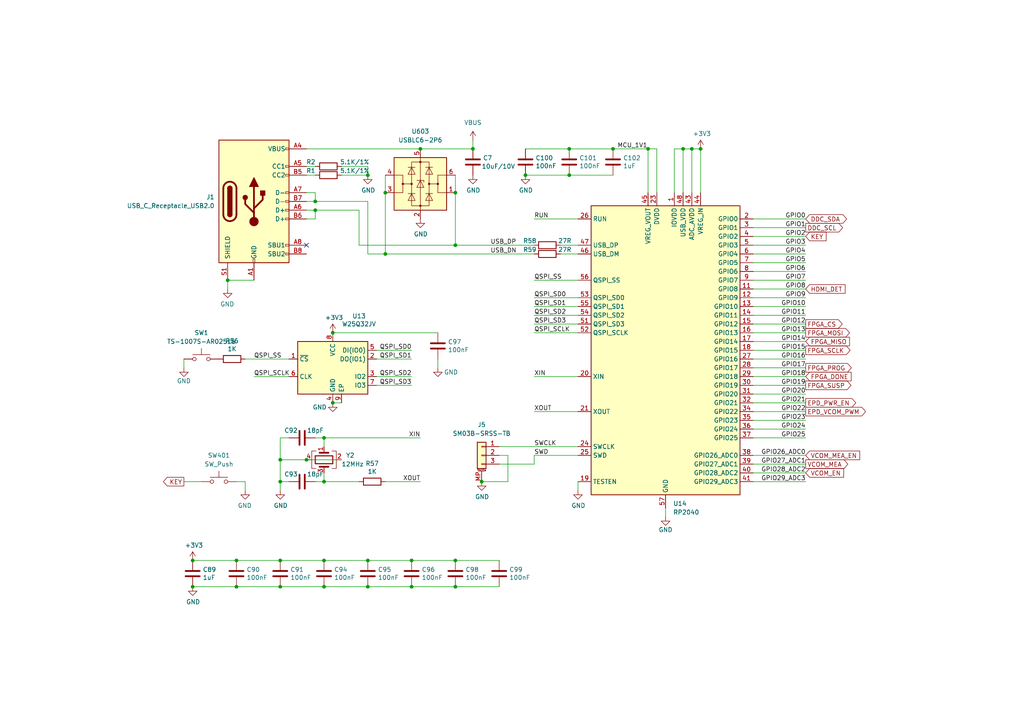
<source format=kicad_sch>
(kicad_sch (version 20230121) (generator eeschema)
  (paper "A4")
  (title_block (title "Caster EPDC") (date "2022-07-03") (rev "R0.4") (company "Copyright 2022 Modos / Engineer: Wenting Zhang"))
  (lib_symbols
    (symbol "Connector:USB_C_Receptacle_USB2.0" (pin_names (offset 1.016))
      (property "Reference" "J" (at -10.16 19.05 0))
      (property "Value" "USB_C_Receptacle_USB2.0" (at 19.05 19.05 0))
      (symbol "USB_C_Receptacle_USB2.0_0_0"
        (rectangle (start -0.254 -17.78) (end 0.254 -16.764))
        (rectangle (start 10.16 -14.986) (end 9.144 -15.494))
        (rectangle (start 10.16 -12.446) (end 9.144 -12.954))
        (rectangle (start 10.16 -4.826) (end 9.144 -5.334))
        (rectangle (start 10.16 -2.286) (end 9.144 -2.794))
        (rectangle (start 10.16 0.254) (end 9.144 -0.254))
        (rectangle (start 10.16 2.794) (end 9.144 2.286))
        (rectangle (start 10.16 7.874) (end 9.144 7.366))
        (rectangle (start 10.16 10.414) (end 9.144 9.906))
        (rectangle (start 10.16 15.494) (end 9.144 14.986))
      )
      (symbol "USB_C_Receptacle_USB2.0_0_1"
        (rectangle (start -10.16 17.78) (end 10.16 -17.78) (stroke (width 0.254)) (fill (type background)))
        (arc (start -8.89 -3.81) (mid -6.985 -5.7067) (end -5.08 -3.81) (stroke (width 0.508)))
        (arc (start -7.62 -3.81) (mid -6.985 -4.4423) (end -6.35 -3.81) (stroke (width 0.254)))
        (arc (start -7.62 -3.81) (mid -6.985 -4.4423) (end -6.35 -3.81) (stroke (width 0.254)) (fill (type outline)))
        (rectangle (start -7.62 -3.81) (end -6.35 3.81) (stroke (width 0.254)) (fill (type outline)))
        (arc (start -6.35 3.81) (mid -6.985 4.4423) (end -7.62 3.81) (stroke (width 0.254)))
        (arc (start -6.35 3.81) (mid -6.985 4.4423) (end -7.62 3.81) (stroke (width 0.254)) (fill (type outline)))
        (arc (start -5.08 3.81) (mid -6.985 5.7067) (end -8.89 3.81) (stroke (width 0.508)))
        (circle (center -2.54 1.143) (radius 0.635) (stroke (width 0.254)) (fill (type outline)))
        (circle (center 0 -5.842) (radius 1.27) (fill (type outline)))
        (polyline (pts (xy -8.89 -3.81) (xy -8.89 3.81)) (stroke (width 0.508)))
        (polyline (pts (xy -5.08 3.81) (xy -5.08 -3.81)) (stroke (width 0.508)))
        (polyline (pts (xy 0 -5.842) (xy 0 4.318)) (stroke (width 0.508)))
        (polyline (pts (xy 0 -3.302) (xy -2.54 -0.762) (xy -2.54 0.508)) (stroke (width 0.508)))
        (polyline (pts (xy 0 -2.032) (xy 2.54 0.508) (xy 2.54 1.778)) (stroke (width 0.508)))
        (polyline (pts (xy -1.27 4.318) (xy 0 6.858) (xy 1.27 4.318) (xy -1.27 4.318)) (stroke (width 0.254)) (fill (type outline)))
        (rectangle (start 1.905 1.778) (end 3.175 3.048) (stroke (width 0.254)) (fill (type outline)))
      )
      (symbol "USB_C_Receptacle_USB2.0_1_1"
        (pin passive line (at 0 -22.86 90) (length 5.08) (name "GND") (number "A1"))
        (pin passive line (at 0 -22.86 90) (length 5.08) hide (name "GND") (number "A12"))
        (pin passive line (at 15.24 15.24 180) (length 5.08) (name "VBUS") (number "A4"))
        (pin bidirectional line (at 15.24 10.16 180) (length 5.08) (name "CC1") (number "A5"))
        (pin bidirectional line (at 15.24 -2.54 180) (length 5.08) (name "D+") (number "A6"))
        (pin bidirectional line (at 15.24 2.54 180) (length 5.08) (name "D-") (number "A7"))
        (pin bidirectional line (at 15.24 -12.7 180) (length 5.08) (name "SBU1") (number "A8"))
        (pin passive line (at 15.24 15.24 180) (length 5.08) hide (name "VBUS") (number "A9"))
        (pin passive line (at 0 -22.86 90) (length 5.08) hide (name "GND") (number "B1"))
        (pin passive line (at 0 -22.86 90) (length 5.08) hide (name "GND") (number "B12"))
        (pin passive line (at 15.24 15.24 180) (length 5.08) hide (name "VBUS") (number "B4"))
        (pin bidirectional line (at 15.24 7.62 180) (length 5.08) (name "CC2") (number "B5"))
        (pin bidirectional line (at 15.24 -5.08 180) (length 5.08) (name "D+") (number "B6"))
        (pin bidirectional line (at 15.24 0 180) (length 5.08) (name "D-") (number "B7"))
        (pin bidirectional line (at 15.24 -15.24 180) (length 5.08) (name "SBU2") (number "B8"))
        (pin passive line (at 15.24 15.24 180) (length 5.08) hide (name "VBUS") (number "B9"))
        (pin passive line (at -7.62 -22.86 90) (length 5.08) (name "SHIELD") (number "S1"))
      )
    )
    (symbol "Connector_Generic_MountingPin:Conn_01x03_MountingPin" (pin_names (offset 1.016) hide)
      (property "Reference" "J" (at 0 5.08 0))
      (property "Value" "Conn_01x03_MountingPin" (at 1.27 -5.08 0))
      (symbol "Conn_01x03_MountingPin_1_1"
        (rectangle (start -1.27 -2.413) (end 0 -2.667) (stroke (width 0.1524)))
        (rectangle (start -1.27 0.127) (end 0 -0.127) (stroke (width 0.1524)))
        (rectangle (start -1.27 2.667) (end 0 2.413) (stroke (width 0.1524)))
        (rectangle (start -1.27 3.81) (end 1.27 -3.81) (stroke (width 0.254)) (fill (type background)))
        (polyline (pts (xy -1.016 -4.572) (xy 1.016 -4.572)) (stroke (width 0.1524)))
        (text "Mounting" (at 0 -4.191 0) (effects (font (size 0.381 0.381))))
        (pin passive line (at -5.08 2.54 0) (length 3.81) (name "Pin_1") (number "1"))
        (pin passive line (at -5.08 0 0) (length 3.81) (name "Pin_2") (number "2"))
        (pin passive line (at -5.08 -2.54 0) (length 3.81) (name "Pin_3") (number "3"))
        (pin passive line (at 0 -7.62 90) (length 3.048) (name "MountPin") (number "MP"))
      )
    )
    (symbol "Device:C" (pin_numbers hide) (pin_names (offset 0.254))
      (property "Reference" "C" (at 0.635 2.54 0))
      (property "Value" "C" (at 0.635 -2.54 0))
      (symbol "C_0_1"
        (polyline (pts (xy -2.032 -0.762) (xy 2.032 -0.762)) (stroke (width 0.508)))
        (polyline (pts (xy -2.032 0.762) (xy 2.032 0.762)) (stroke (width 0.508)))
      )
      (symbol "C_1_1"
        (pin passive line (at 0 3.81 270) (length 2.794) (name "~") (number "1"))
        (pin passive line (at 0 -3.81 90) (length 2.794) (name "~") (number "2"))
      )
    )
    (symbol "Device:Crystal_GND24" (pin_names (offset 1.016) hide)
      (property "Reference" "Y" (at 3.175 5.08 0))
      (property "Value" "Crystal_GND24" (at 3.175 3.175 0))
      (symbol "Crystal_GND24_0_1"
        (rectangle (start -1.143 2.54) (end 1.143 -2.54) (stroke (width 0.3048)))
        (polyline (pts (xy -2.54 0) (xy -2.032 0)))
        (polyline (pts (xy -2.032 -1.27) (xy -2.032 1.27)) (stroke (width 0.508)))
        (polyline (pts (xy 0 -3.81) (xy 0 -3.556)))
        (polyline (pts (xy 0 3.556) (xy 0 3.81)))
        (polyline (pts (xy 2.032 -1.27) (xy 2.032 1.27)) (stroke (width 0.508)))
        (polyline (pts (xy 2.032 0) (xy 2.54 0)))
        (polyline (pts (xy -2.54 -2.286) (xy -2.54 -3.556) (xy 2.54 -3.556) (xy 2.54 -2.286)))
        (polyline (pts (xy -2.54 2.286) (xy -2.54 3.556) (xy 2.54 3.556) (xy 2.54 2.286)))
      )
      (symbol "Crystal_GND24_1_1"
        (pin passive line (at -3.81 0 0) (length 1.27) (name "1") (number "1"))
        (pin passive line (at 0 5.08 270) (length 1.27) (name "2") (number "2"))
        (pin passive line (at 3.81 0 180) (length 1.27) (name "3") (number "3"))
        (pin passive line (at 0 -5.08 90) (length 1.27) (name "4") (number "4"))
      )
    )
    (symbol "Device:R" (pin_numbers hide) (pin_names (offset 0))
      (property "Reference" "R" (at 2.032 0 90))
      (property "Value" "R" (at 0 0 90))
      (symbol "R_0_1"
        (rectangle (start -1.016 -2.54) (end 1.016 2.54) (stroke (width 0.254)))
      )
      (symbol "R_1_1"
        (pin passive line (at 0 3.81 270) (length 1.27) (name "~") (number "1"))
        (pin passive line (at 0 -3.81 90) (length 1.27) (name "~") (number "2"))
      )
    )
    (symbol "MCU_RaspberryPi:RP2040"
      (property "Reference" "U" (at 17.78 45.72 0))
      (property "Value" "RP2040" (at 17.78 43.18 0))
      (symbol "RP2040_0_1"
        (rectangle (start -21.59 41.91) (end 21.59 -41.91) (stroke (width 0.254)) (fill (type background)))
      )
      (symbol "RP2040_1_1"
        (pin power_in line (at 2.54 45.72 270) (length 3.81) (name "IOVDD") (number "1"))
        (pin passive line (at 2.54 45.72 270) (length 3.81) hide (name "IOVDD") (number "10"))
        (pin bidirectional line (at 25.4 17.78 180) (length 3.81) (name "GPIO8") (number "11"))
        (pin bidirectional line (at 25.4 15.24 180) (length 3.81) (name "GPIO9") (number "12"))
        (pin bidirectional line (at 25.4 12.7 180) (length 3.81) (name "GPIO10") (number "13"))
        (pin bidirectional line (at 25.4 10.16 180) (length 3.81) (name "GPIO11") (number "14"))
        (pin bidirectional line (at 25.4 7.62 180) (length 3.81) (name "GPIO12") (number "15"))
        (pin bidirectional line (at 25.4 5.08 180) (length 3.81) (name "GPIO13") (number "16"))
        (pin bidirectional line (at 25.4 2.54 180) (length 3.81) (name "GPIO14") (number "17"))
        (pin bidirectional line (at 25.4 0 180) (length 3.81) (name "GPIO15") (number "18"))
        (pin input line (at -25.4 -38.1 0) (length 3.81) (name "TESTEN") (number "19"))
        (pin bidirectional line (at 25.4 38.1 180) (length 3.81) (name "GPIO0") (number "2"))
        (pin input line (at -25.4 -7.62 0) (length 3.81) (name "XIN") (number "20"))
        (pin passive line (at -25.4 -17.78 0) (length 3.81) (name "XOUT") (number "21"))
        (pin passive line (at 2.54 45.72 270) (length 3.81) hide (name "IOVDD") (number "22"))
        (pin power_in line (at -2.54 45.72 270) (length 3.81) (name "DVDD") (number "23"))
        (pin input line (at -25.4 -27.94 0) (length 3.81) (name "SWCLK") (number "24"))
        (pin bidirectional line (at -25.4 -30.48 0) (length 3.81) (name "SWD") (number "25"))
        (pin input line (at -25.4 38.1 0) (length 3.81) (name "RUN") (number "26"))
        (pin bidirectional line (at 25.4 -2.54 180) (length 3.81) (name "GPIO16") (number "27"))
        (pin bidirectional line (at 25.4 -5.08 180) (length 3.81) (name "GPIO17") (number "28"))
        (pin bidirectional line (at 25.4 -7.62 180) (length 3.81) (name "GPIO18") (number "29"))
        (pin bidirectional line (at 25.4 35.56 180) (length 3.81) (name "GPIO1") (number "3"))
        (pin bidirectional line (at 25.4 -10.16 180) (length 3.81) (name "GPIO19") (number "30"))
        (pin bidirectional line (at 25.4 -12.7 180) (length 3.81) (name "GPIO20") (number "31"))
        (pin bidirectional line (at 25.4 -15.24 180) (length 3.81) (name "GPIO21") (number "32"))
        (pin passive line (at 2.54 45.72 270) (length 3.81) hide (name "IOVDD") (number "33"))
        (pin bidirectional line (at 25.4 -17.78 180) (length 3.81) (name "GPIO22") (number "34"))
        (pin bidirectional line (at 25.4 -20.32 180) (length 3.81) (name "GPIO23") (number "35"))
        (pin bidirectional line (at 25.4 -22.86 180) (length 3.81) (name "GPIO24") (number "36"))
        (pin bidirectional line (at 25.4 -25.4 180) (length 3.81) (name "GPIO25") (number "37"))
        (pin bidirectional line (at 25.4 -30.48 180) (length 3.81) (name "GPIO26_ADC0") (number "38"))
        (pin bidirectional line (at 25.4 -33.02 180) (length 3.81) (name "GPIO27_ADC1") (number "39"))
        (pin bidirectional line (at 25.4 33.02 180) (length 3.81) (name "GPIO2") (number "4"))
        (pin bidirectional line (at 25.4 -35.56 180) (length 3.81) (name "GPIO28_ADC2") (number "40"))
        (pin bidirectional line (at 25.4 -38.1 180) (length 3.81) (name "GPIO29_ADC3") (number "41"))
        (pin passive line (at 2.54 45.72 270) (length 3.81) hide (name "IOVDD") (number "42"))
        (pin power_in line (at 7.62 45.72 270) (length 3.81) (name "ADC_AVDD") (number "43"))
        (pin power_in line (at 10.16 45.72 270) (length 3.81) (name "VREG_IN") (number "44"))
        (pin power_out line (at -5.08 45.72 270) (length 3.81) (name "VREG_VOUT") (number "45"))
        (pin bidirectional line (at -25.4 27.94 0) (length 3.81) (name "USB_DM") (number "46"))
        (pin bidirectional line (at -25.4 30.48 0) (length 3.81) (name "USB_DP") (number "47"))
        (pin power_in line (at 5.08 45.72 270) (length 3.81) (name "USB_VDD") (number "48"))
        (pin passive line (at 2.54 45.72 270) (length 3.81) hide (name "IOVDD") (number "49"))
        (pin bidirectional line (at 25.4 30.48 180) (length 3.81) (name "GPIO3") (number "5"))
        (pin passive line (at -2.54 45.72 270) (length 3.81) hide (name "DVDD") (number "50"))
        (pin bidirectional line (at -25.4 7.62 0) (length 3.81) (name "QSPI_SD3") (number "51"))
        (pin output line (at -25.4 5.08 0) (length 3.81) (name "QSPI_SCLK") (number "52"))
        (pin bidirectional line (at -25.4 15.24 0) (length 3.81) (name "QSPI_SD0") (number "53"))
        (pin bidirectional line (at -25.4 10.16 0) (length 3.81) (name "QSPI_SD2") (number "54"))
        (pin bidirectional line (at -25.4 12.7 0) (length 3.81) (name "QSPI_SD1") (number "55"))
        (pin bidirectional line (at -25.4 20.32 0) (length 3.81) (name "QSPI_SS") (number "56"))
        (pin power_in line (at 0 -45.72 90) (length 3.81) (name "GND") (number "57"))
        (pin bidirectional line (at 25.4 27.94 180) (length 3.81) (name "GPIO4") (number "6"))
        (pin bidirectional line (at 25.4 25.4 180) (length 3.81) (name "GPIO5") (number "7"))
        (pin bidirectional line (at 25.4 22.86 180) (length 3.81) (name "GPIO6") (number "8"))
        (pin bidirectional line (at 25.4 20.32 180) (length 3.81) (name "GPIO7") (number "9"))
      )
    )
    (symbol "Memory_Flash:W25Q32JVZP"
      (property "Reference" "U" (at -8.89 8.89 0))
      (property "Value" "W25Q32JVZP" (at 7.62 8.89 0))
      (symbol "W25Q32JVZP_0_1"
        (rectangle (start -10.16 7.62) (end 10.16 -7.62) (stroke (width 0.254)) (fill (type background)))
      )
      (symbol "W25Q32JVZP_1_1"
        (pin input line (at -12.7 2.54 0) (length 2.54) (name "~{CS}") (number "1"))
        (pin bidirectional line (at 12.7 2.54 180) (length 2.54) (name "DO(IO1)") (number "2"))
        (pin bidirectional line (at 12.7 -2.54 180) (length 2.54) (name "IO2") (number "3"))
        (pin power_in line (at 0 -10.16 90) (length 2.54) (name "GND") (number "4"))
        (pin bidirectional line (at 12.7 5.08 180) (length 2.54) (name "DI(IO0)") (number "5"))
        (pin input line (at -12.7 -2.54 0) (length 2.54) (name "CLK") (number "6"))
        (pin bidirectional line (at 12.7 -5.08 180) (length 2.54) (name "IO3") (number "7"))
        (pin power_in line (at 0 10.16 270) (length 2.54) (name "VCC") (number "8"))
        (pin passive line (at 2.54 -10.16 90) (length 2.54) (name "EP") (number "9"))
      )
    )
    (symbol "Power_Protection:USBLC6-2P6" (pin_names hide)
      (property "Reference" "U" (at 2.54 8.89 0))
      (property "Value" "USBLC6-2P6" (at 2.54 -8.89 0))
      (symbol "USBLC6-2P6_0_1"
        (rectangle (start -7.62 -7.62) (end 7.62 7.62) (stroke (width 0.254)) (fill (type background)))
        (circle (center -5.08 0) (radius 0.254) (fill (type outline)))
        (circle (center -2.54 0) (radius 0.254) (fill (type outline)))
        (rectangle (start -2.54 6.35) (end 2.54 -6.35))
        (circle (center 0 -6.35) (radius 0.254) (fill (type outline)))
        (polyline (pts (xy -5.08 -2.54) (xy -7.62 -2.54)))
        (polyline (pts (xy -5.08 0) (xy -5.08 -2.54)))
        (polyline (pts (xy -5.08 2.54) (xy -7.62 2.54)))
        (polyline (pts (xy -1.524 -2.794) (xy -3.556 -2.794)))
        (polyline (pts (xy -1.524 4.826) (xy -3.556 4.826)))
        (polyline (pts (xy 0 -7.62) (xy 0 -6.35)))
        (polyline (pts (xy 0 -6.35) (xy 0 1.27)))
        (polyline (pts (xy 0 1.27) (xy 0 6.35)))
        (polyline (pts (xy 0 6.35) (xy 0 7.62)))
        (polyline (pts (xy 1.524 -2.794) (xy 3.556 -2.794)))
        (polyline (pts (xy 1.524 4.826) (xy 3.556 4.826)))
        (polyline (pts (xy 5.08 -2.54) (xy 7.62 -2.54)))
        (polyline (pts (xy 5.08 0) (xy 5.08 -2.54)))
        (polyline (pts (xy 5.08 2.54) (xy 7.62 2.54)))
        (polyline (pts (xy -2.54 0) (xy -5.08 0) (xy -5.08 2.54)))
        (polyline (pts (xy 2.54 0) (xy 5.08 0) (xy 5.08 2.54)))
        (polyline (pts (xy -3.556 -4.826) (xy -1.524 -4.826) (xy -2.54 -2.794) (xy -3.556 -4.826)))
        (polyline (pts (xy -3.556 2.794) (xy -1.524 2.794) (xy -2.54 4.826) (xy -3.556 2.794)))
        (polyline (pts (xy -1.016 -1.016) (xy 1.016 -1.016) (xy 0 1.016) (xy -1.016 -1.016)))
        (polyline (pts (xy 1.016 1.016) (xy 0.762 1.016) (xy -1.016 1.016) (xy -1.016 0.508)))
        (polyline (pts (xy 3.556 -4.826) (xy 1.524 -4.826) (xy 2.54 -2.794) (xy 3.556 -4.826)))
        (polyline (pts (xy 3.556 2.794) (xy 1.524 2.794) (xy 2.54 4.826) (xy 3.556 2.794)))
        (circle (center 0 6.35) (radius 0.254) (fill (type outline)))
        (circle (center 2.54 0) (radius 0.254) (fill (type outline)))
        (circle (center 5.08 0) (radius 0.254) (fill (type outline)))
      )
      (symbol "USBLC6-2P6_1_1"
        (pin passive line (at -10.16 -2.54 0) (length 2.54) (name "I/O1") (number "1"))
        (pin passive line (at 0 -10.16 90) (length 2.54) (name "GND") (number "2"))
        (pin passive line (at 10.16 -2.54 180) (length 2.54) (name "I/O2") (number "3"))
        (pin passive line (at 10.16 2.54 180) (length 2.54) (name "I/O2") (number "4"))
        (pin passive line (at 0 10.16 270) (length 2.54) (name "VBUS") (number "5"))
        (pin passive line (at -10.16 2.54 0) (length 2.54) (name "I/O1") (number "6"))
      )
    )
    (symbol "Switch:SW_Push" (pin_numbers hide) (pin_names (offset 1.016) hide)
      (property "Reference" "SW" (at 1.27 2.54 0))
      (property "Value" "SW_Push" (at 0 -1.524 0))
      (symbol "SW_Push_0_1"
        (circle (center -2.032 0) (radius 0.508))
        (polyline (pts (xy 0 1.27) (xy 0 3.048)))
        (polyline (pts (xy 2.54 1.27) (xy -2.54 1.27)))
        (circle (center 2.032 0) (radius 0.508))
        (pin passive line (at -5.08 0 0) (length 2.54) (name "1") (number "1"))
        (pin passive line (at 5.08 0 180) (length 2.54) (name "2") (number "2"))
      )
    )
    (symbol "power:+3V3" (power) (pin_names (offset 0))
      (property "Value" "+3V3" (at 0 3.556 0))
      (symbol "+3V3_0_1"
        (polyline (pts (xy -0.762 1.27) (xy 0 2.54)))
        (polyline (pts (xy 0 0) (xy 0 2.54)))
        (polyline (pts (xy 0 2.54) (xy 0.762 1.27)))
      )
      (symbol "+3V3_1_1"
        (pin power_in line (at 0 0 90) (length 0) hide (name "+3V3") (number "1"))
      )
    )
    (symbol "power:GND" (power) (pin_names (offset 0))
      (property "Value" "GND" (at 0 -3.81 0))
      (symbol "GND_0_1"
        (polyline (pts (xy 0 0) (xy 0 -1.27) (xy 1.27 -1.27) (xy 0 -2.54) (xy -1.27 -1.27) (xy 0 -1.27)))
      )
      (symbol "GND_1_1"
        (pin power_in line (at 0 0 270) (length 0) hide (name "GND") (number "1"))
      )
    )
    (symbol "power:VBUS" (power) (pin_names (offset 0))
      (property "Value" "VBUS" (at 0 3.81 0))
      (symbol "VBUS_0_1"
        (polyline (pts (xy -0.762 1.27) (xy 0 2.54)))
        (polyline (pts (xy 0 0) (xy 0 2.54)))
        (polyline (pts (xy 0 2.54) (xy 0.762 1.27)))
      )
      (symbol "VBUS_1_1"
        (pin power_in line (at 0 0 90) (length 0) hide (name "VBUS") (number "1"))
      )
    )
  )
  (junction (at 91.44 60.96))
  (junction (at 139.7 139.7))
  (junction (at 187.96 43.18) (diameter 0.9144))
  (junction (at 81.28 170.18) (diameter 0.9144))
  (junction (at 177.8 43.18))
  (junction (at 119.38 170.18) (diameter 0.9144))
  (junction (at 111.76 73.66))
  (junction (at 152.4 50.8))
  (junction (at 93.98 139.7) (diameter 0.9144))
  (junction (at 93.98 162.56) (diameter 0.9144))
  (junction (at 132.08 162.56) (diameter 0.9144))
  (junction (at 106.68 170.18) (diameter 0.9144))
  (junction (at 132.08 71.12))
  (junction (at 88.9 133.35) (diameter 0.9144))
  (junction (at 111.76 55.88))
  (junction (at 55.88 170.18) (diameter 0.9144))
  (junction (at 137.16 43.18))
  (junction (at 119.38 162.56) (diameter 0.9144))
  (junction (at 91.44 58.42))
  (junction (at 93.98 127) (diameter 0.9144))
  (junction (at 121.92 43.18))
  (junction (at 96.52 96.52))
  (junction (at 68.58 162.56) (diameter 0.9144))
  (junction (at 165.1 50.8) (diameter 0.9144))
  (junction (at 68.58 170.18) (diameter 0.9144))
  (junction (at 81.28 133.35) (diameter 0.9144))
  (junction (at 81.28 139.7) (diameter 0.9144))
  (junction (at 203.2 43.18) (diameter 0.9144))
  (junction (at 66.04 81.28))
  (junction (at 165.1 43.18) (diameter 0.9144))
  (junction (at 106.68 50.8))
  (junction (at 198.12 43.18))
  (junction (at 81.28 162.56) (diameter 0.9144))
  (junction (at 106.68 162.56) (diameter 0.9144))
  (junction (at 200.66 43.18))
  (junction (at 132.08 55.88))
  (junction (at 93.98 170.18) (diameter 0.9144))
  (junction (at 132.08 170.18) (diameter 0.9144))
  (junction (at 55.88 162.56) (diameter 0.9144))
  (junction (at 96.52 116.84))
  (no_connect (at 88.9 71.12))
  (wire (pts (xy 218.44 66.04) (xy 233.68 66.04)))
  (wire (pts (xy 127 104.14) (xy 127 106.68)))
  (wire (pts (xy 152.4 43.18) (xy 165.1 43.18)))
  (wire (pts (xy 132.08 55.88) (xy 132.08 71.12)))
  (wire (pts (xy 111.76 55.88) (xy 111.76 50.8)))
  (wire (pts (xy 218.44 127) (xy 233.68 127)))
  (wire (pts (xy 73.66 81.28) (xy 66.04 81.28)))
  (wire (pts (xy 144.78 132.08) (xy 147.32 132.08)))
  (wire (pts (xy 198.12 43.18) (xy 200.66 43.18)))
  (wire (pts (xy 93.98 129.54) (xy 93.98 127)))
  (wire (pts (xy 144.78 134.62) (xy 154.94 134.62)))
  (wire (pts (xy 167.64 81.28) (xy 154.94 81.28)))
  (wire (pts (xy 53.34 139.7) (xy 58.42 139.7)))
  (wire (pts (xy 203.2 43.18) (xy 203.2 55.88)))
  (wire (pts (xy 91.44 55.88) (xy 91.44 58.42)))
  (wire (pts (xy 200.66 55.88) (xy 200.66 43.18)))
  (wire (pts (xy 96.52 116.84) (xy 99.06 116.84)))
  (wire (pts (xy 111.76 139.7) (xy 121.92 139.7)))
  (wire (pts (xy 132.08 71.12) (xy 154.94 71.12)))
  (wire (pts (xy 106.68 170.18) (xy 119.38 170.18)))
  (wire (pts (xy 81.28 139.7) (xy 83.82 139.7)))
  (wire (pts (xy 167.64 132.08) (xy 154.94 132.08)))
  (wire (pts (xy 93.98 139.7) (xy 91.44 139.7)))
  (wire (pts (xy 187.96 43.18) (xy 187.96 55.88)))
  (wire (pts (xy 81.28 139.7) (xy 81.28 142.24)))
  (wire (pts (xy 218.44 73.66) (xy 233.68 73.66)))
  (wire (pts (xy 190.5 43.18) (xy 187.96 43.18)))
  (wire (pts (xy 91.44 48.26) (xy 88.9 48.26)))
  (wire (pts (xy 167.64 139.7) (xy 167.64 142.24)))
  (wire (pts (xy 88.9 60.96) (xy 91.44 60.96)))
  (wire (pts (xy 88.9 43.18) (xy 121.92 43.18)))
  (wire (pts (xy 167.64 119.38) (xy 154.94 119.38)))
  (wire (pts (xy 218.44 111.76) (xy 233.68 111.76)))
  (wire (pts (xy 99.06 50.8) (xy 106.68 50.8)))
  (wire (pts (xy 218.44 93.98) (xy 233.68 93.98)))
  (wire (pts (xy 109.22 104.14) (xy 119.38 104.14)))
  (wire (pts (xy 152.4 50.8) (xy 165.1 50.8)))
  (wire (pts (xy 88.9 58.42) (xy 91.44 58.42)))
  (wire (pts (xy 198.12 55.88) (xy 198.12 43.18)))
  (wire (pts (xy 106.68 73.66) (xy 111.76 73.66)))
  (wire (pts (xy 81.28 162.56) (xy 93.98 162.56)))
  (wire (pts (xy 91.44 127) (xy 93.98 127)))
  (wire (pts (xy 218.44 114.3) (xy 233.68 114.3)))
  (wire (pts (xy 111.76 73.66) (xy 154.94 73.66)))
  (wire (pts (xy 93.98 127) (xy 121.92 127)))
  (wire (pts (xy 218.44 71.12) (xy 233.68 71.12)))
  (wire (pts (xy 137.16 43.18) (xy 121.92 43.18)))
  (wire (pts (xy 154.94 63.5) (xy 167.64 63.5)))
  (wire (pts (xy 81.28 127) (xy 81.28 133.35)))
  (wire (pts (xy 99.06 133.35) (xy 88.9 133.35)))
  (wire (pts (xy 218.44 78.74) (xy 233.68 78.74)))
  (wire (pts (xy 81.28 133.35) (xy 88.9 133.35)))
  (wire (pts (xy 53.34 104.14) (xy 53.34 106.68)))
  (wire (pts (xy 132.08 170.18) (xy 144.78 170.18)))
  (wire (pts (xy 144.78 129.54) (xy 167.64 129.54)))
  (wire (pts (xy 106.68 162.56) (xy 119.38 162.56)))
  (wire (pts (xy 218.44 83.82) (xy 233.68 83.82)))
  (wire (pts (xy 93.98 137.16) (xy 93.98 139.7)))
  (wire (pts (xy 132.08 162.56) (xy 144.78 162.56)))
  (wire (pts (xy 165.1 50.8) (xy 177.8 50.8)))
  (wire (pts (xy 154.94 109.22) (xy 167.64 109.22)))
  (wire (pts (xy 154.94 93.98) (xy 167.64 93.98)))
  (wire (pts (xy 193.04 147.32) (xy 193.04 149.86)))
  (wire (pts (xy 147.32 139.7) (xy 139.7 139.7)))
  (wire (pts (xy 218.44 76.2) (xy 233.68 76.2)))
  (wire (pts (xy 154.94 134.62) (xy 154.94 132.08)))
  (wire (pts (xy 162.56 71.12) (xy 167.64 71.12)))
  (wire (pts (xy 218.44 99.06) (xy 233.68 99.06)))
  (wire (pts (xy 218.44 134.62) (xy 233.68 134.62)))
  (wire (pts (xy 68.58 162.56) (xy 81.28 162.56)))
  (wire (pts (xy 218.44 63.5) (xy 233.68 63.5)))
  (wire (pts (xy 218.44 68.58) (xy 233.68 68.58)))
  (wire (pts (xy 165.1 43.18) (xy 177.8 43.18)))
  (wire (pts (xy 218.44 104.14) (xy 233.68 104.14)))
  (wire (pts (xy 218.44 119.38) (xy 233.68 119.38)))
  (wire (pts (xy 99.06 48.26) (xy 106.68 48.26)))
  (wire (pts (xy 83.82 127) (xy 81.28 127)))
  (wire (pts (xy 104.14 71.12) (xy 132.08 71.12)))
  (wire (pts (xy 218.44 96.52) (xy 233.68 96.52)))
  (wire (pts (xy 93.98 170.18) (xy 106.68 170.18)))
  (wire (pts (xy 119.38 162.56) (xy 132.08 162.56)))
  (wire (pts (xy 195.58 43.18) (xy 198.12 43.18)))
  (wire (pts (xy 190.5 55.88) (xy 190.5 43.18)))
  (wire (pts (xy 218.44 121.92) (xy 233.68 121.92)))
  (wire (pts (xy 177.8 43.18) (xy 187.96 43.18)))
  (wire (pts (xy 55.88 170.18) (xy 68.58 170.18)))
  (wire (pts (xy 88.9 55.88) (xy 91.44 55.88)))
  (wire (pts (xy 93.98 162.56) (xy 106.68 162.56)))
  (wire (pts (xy 218.44 132.08) (xy 233.68 132.08)))
  (wire (pts (xy 218.44 137.16) (xy 233.68 137.16)))
  (wire (pts (xy 71.12 139.7) (xy 71.12 142.24)))
  (wire (pts (xy 218.44 124.46) (xy 233.68 124.46)))
  (wire (pts (xy 104.14 139.7) (xy 93.98 139.7)))
  (wire (pts (xy 167.64 96.52) (xy 154.94 96.52)))
  (wire (pts (xy 218.44 139.7) (xy 233.68 139.7)))
  (wire (pts (xy 55.88 162.56) (xy 68.58 162.56)))
  (wire (pts (xy 111.76 55.88) (xy 111.76 73.66)))
  (wire (pts (xy 218.44 86.36) (xy 233.68 86.36)))
  (wire (pts (xy 109.22 101.6) (xy 119.38 101.6)))
  (wire (pts (xy 91.44 63.5) (xy 91.44 60.96)))
  (wire (pts (xy 96.52 96.52) (xy 127 96.52)))
  (wire (pts (xy 218.44 109.22) (xy 233.68 109.22)))
  (wire (pts (xy 132.08 55.88) (xy 132.08 50.8)))
  (wire (pts (xy 218.44 116.84) (xy 233.68 116.84)))
  (wire (pts (xy 137.16 43.18) (xy 137.16 40.64)))
  (wire (pts (xy 109.22 109.22) (xy 119.38 109.22)))
  (wire (pts (xy 73.66 109.22) (xy 83.82 109.22)))
  (wire (pts (xy 71.12 104.14) (xy 83.82 104.14)))
  (wire (pts (xy 154.94 86.36) (xy 167.64 86.36)))
  (wire (pts (xy 106.68 73.66) (xy 106.68 58.42)))
  (wire (pts (xy 91.44 60.96) (xy 104.14 60.96)))
  (wire (pts (xy 162.56 73.66) (xy 167.64 73.66)))
  (wire (pts (xy 104.14 71.12) (xy 104.14 60.96)))
  (wire (pts (xy 81.28 170.18) (xy 93.98 170.18)))
  (wire (pts (xy 218.44 88.9) (xy 233.68 88.9)))
  (wire (pts (xy 91.44 50.8) (xy 88.9 50.8)))
  (wire (pts (xy 81.28 133.35) (xy 81.28 139.7)))
  (wire (pts (xy 66.04 81.28) (xy 66.04 83.82)))
  (wire (pts (xy 91.44 58.42) (xy 106.68 58.42)))
  (wire (pts (xy 147.32 132.08) (xy 147.32 139.7)))
  (wire (pts (xy 218.44 106.68) (xy 233.68 106.68)))
  (wire (pts (xy 218.44 101.6) (xy 233.68 101.6)))
  (wire (pts (xy 195.58 43.18) (xy 195.58 55.88)))
  (wire (pts (xy 68.58 170.18) (xy 81.28 170.18)))
  (wire (pts (xy 218.44 81.28) (xy 233.68 81.28)))
  (wire (pts (xy 200.66 43.18) (xy 203.2 43.18)))
  (wire (pts (xy 119.38 170.18) (xy 132.08 170.18)))
  (wire (pts (xy 106.68 48.26) (xy 106.68 50.8)))
  (wire (pts (xy 68.58 139.7) (xy 71.12 139.7)))
  (wire (pts (xy 154.94 91.44) (xy 167.64 91.44)))
  (wire (pts (xy 109.22 111.76) (xy 119.38 111.76)))
  (wire (pts (xy 154.94 88.9) (xy 167.64 88.9)))
  (wire (pts (xy 88.9 63.5) (xy 91.44 63.5)))
  (wire (pts (xy 218.44 91.44) (xy 233.68 91.44)))
  (label "XIN" (at 121.92 127 180))
  (label "QSPI_SD2" (at 119.38 109.22 180))
  (label "QSPI_SD0" (at 154.94 86.36 0))
  (label "GPIO4" (at 233.68 73.66 180))
  (label "QSPI_SD3" (at 119.38 111.76 180))
  (label "XOUT" (at 121.92 139.7 180))
  (label "GPIO27_ADC1" (at 233.68 134.62 180))
  (label "GPIO13" (at 233.68 96.52 180))
  (label "QSPI_SD0" (at 119.38 101.6 180))
  (label "USB_DN" (at 142.24 73.66 0))
  (label "GPIO23" (at 233.68 121.92 180))
  (label "QSPI_SS" (at 73.66 104.14 0))
  (label "GPIO11" (at 233.68 91.44 180))
  (label "GPIO20" (at 233.68 114.3 180))
  (label "XIN" (at 154.94 109.22 0))
  (label "GPIO14" (at 233.68 99.06 180))
  (label "QSPI_SD1" (at 154.94 88.9 0))
  (label "GPIO5" (at 233.68 76.2 180))
  (label "GPIO16" (at 233.68 104.14 180))
  (label "GPIO26_ADC0" (at 233.68 132.08 180))
  (label "GPIO0" (at 233.68 63.5 180))
  (label "GPIO9" (at 233.68 86.36 180))
  (label "GPIO7" (at 233.68 81.28 180))
  (label "XOUT" (at 154.94 119.38 0))
  (label "QSPI_SCLK" (at 73.66 109.22 0))
  (label "GPIO21" (at 233.68 116.84 180))
  (label "GPIO22" (at 233.68 119.38 180))
  (label "QSPI_SD1" (at 119.38 104.14 180))
  (label "SWCLK" (at 154.94 129.54 0))
  (label "GPIO18" (at 233.68 109.22 180))
  (label "GPIO6" (at 233.68 78.74 180))
  (label "SWD" (at 154.94 132.08 0))
  (label "RUN" (at 154.94 63.5 0))
  (label "USB_DP" (at 142.24 71.12 0))
  (label "GPIO15" (at 233.68 101.6 180))
  (label "GPIO10" (at 233.68 88.9 180))
  (label "QSPI_SS" (at 154.94 81.28 0))
  (label "GPIO12" (at 233.68 93.98 180))
  (label "GPIO19" (at 233.68 111.76 180))
  (label "GPIO24" (at 233.68 124.46 180))
  (label "QSPI_SD2" (at 154.94 91.44 0))
  (label "GPIO8" (at 233.68 83.82 180))
  (label "QSPI_SCLK" (at 154.94 96.52 0))
  (label "QSPI_SD3" (at 154.94 93.98 0))
  (label "GPIO17" (at 233.68 106.68 180))
  (label "MCU_1V1" (at 179.07 43.18 0))
  (label "GPIO1" (at 233.68 66.04 180))
  (label "GPIO28_ADC2" (at 233.68 137.16 180))
  (label "GPIO2" (at 233.68 68.58 180))
  (label "GPIO3" (at 233.68 71.12 180))
  (label "GPIO29_ADC3" (at 233.68 139.7 180))
  (label "GPIO25" (at 233.68 127 180))
  (global_label "VCOM_MEA_EN" (shape input) (at 233.68 132.08 0) (property "Intersheetrefs" "${INTERSHEET_REFS}" (effects hide)))
  (global_label "DDC_SCL" (shape output) (at 233.68 66.04 0) (property "Intersheetrefs" "${INTERSHEET_REFS}" (effects hide)))
  (global_label "FPGA_MISO" (shape input) (at 233.68 99.06 0) (property "Intersheetrefs" "${INTERSHEET_REFS}" (effects hide)))
  (global_label "FPGA_CS" (shape output) (at 233.68 93.98 0) (property "Intersheetrefs" "${INTERSHEET_REFS}" (effects hide)))
  (global_label "KEY" (shape output) (at 53.34 139.7 180) (property "Intersheetrefs" "${INTERSHEET_REFS}" (effects hide)))
  (global_label "FPGA_SUSP" (shape output) (at 233.68 111.76 0) (property "Intersheetrefs" "${INTERSHEET_REFS}" (effects hide)))
  (global_label "HDMI_DET" (shape input) (at 233.68 83.82 0) (property "Intersheetrefs" "${INTERSHEET_REFS}" (effects hide)))
  (global_label "FPGA_SCLK" (shape output) (at 233.68 101.6 0) (property "Intersheetrefs" "${INTERSHEET_REFS}" (effects hide)))
  (global_label "DDC_SDA" (shape bidirectional) (at 233.68 63.5 0) (property "Intersheetrefs" "${INTERSHEET_REFS}" (effects hide)))
  (global_label "KEY" (shape input) (at 233.68 68.58 0) (property "Intersheetrefs" "${INTERSHEET_REFS}" (effects hide)))
  (global_label "EPD_PWR_EN" (shape output) (at 233.68 116.84 0) (property "Intersheetrefs" "${INTERSHEET_REFS}" (effects hide)))
  (global_label "FPGA_PROG" (shape output) (at 233.68 106.68 0) (property "Intersheetrefs" "${INTERSHEET_REFS}" (effects hide)))
  (global_label "FPGA_DONE" (shape input) (at 233.68 109.22 0) (property "Intersheetrefs" "${INTERSHEET_REFS}" (effects hide)))
  (global_label "FPGA_MOSI" (shape output) (at 233.68 96.52 0) (property "Intersheetrefs" "${INTERSHEET_REFS}" (effects hide)))
  (global_label "VCOM_MEA" (shape output) (at 233.68 134.62 0) (property "Intersheetrefs" "${INTERSHEET_REFS}" (effects hide)))
  (global_label "EPD_VCOM_PWM" (shape output) (at 233.68 119.38 0) (property "Intersheetrefs" "${INTERSHEET_REFS}" (effects hide)))
  (global_label "VCOM_EN" (shape input) (at 233.68 137.16 0) (property "Intersheetrefs" "${INTERSHEET_REFS}" (effects hide)))
  (symbol (lib_id "Device:C") (at 81.28 166.37 0) (unit 1)
    (property "Reference" "C703" (at 84.201 165.2016 0) (effects (justify left)))
    (property "Value" "100nF" (at 84.201 167.513 0) (effects (justify left)))
    (property "Footprint" "Capacitor_SMD:C_0402_1005Metric" (effects hide))
    (instances (project "pcb" (path "" (reference "C91") (unit 1))))
  )
  (symbol (lib_id "power:GND") (at 152.4 50.8 0) (unit 1)
    (property "Reference" "#PWR0158" (effects hide))
    (property "Value" "GND" (at 152.527 55.1942 0))
    (instances (project "pcb" (path "" (reference "#PWR0137") (unit 1))))
  )
  (symbol (lib_id "Switch:SW_Push") (at 58.42 104.14 0) (mirror y) (unit 1)
    (property "Reference" "SW701" (at 58.42 96.52 0))
    (property "Value" "TS-1007S-AR02516" (at 58.42 99.06 0))
    (property "Footprint" "Button_Switch_SMD:SW_SPST_CK_RS282G05A3" (effects hide))
    (instances (project "pcb" (path "" (reference "SW1") (unit 1))))
  )
  (symbol (lib_id "power:GND") (at 167.64 142.24 0) (unit 1)
    (property "Reference" "#PWR0161" (effects hide))
    (property "Value" "GND" (at 167.767 146.6342 0))
    (instances (project "pcb" (path "" (reference "#PWR0138") (unit 1))))
  )
  (symbol (lib_id "Device:R") (at 107.95 139.7 270) (unit 1)
    (property "Reference" "R702" (at 107.95 134.4422 90))
    (property "Value" "1K" (at 107.95 136.7536 90))
    (property "Footprint" "Resistor_SMD:R_0402_1005Metric" (effects hide))
    (instances (project "pcb" (path "" (reference "R57") (unit 1))))
  )
  (symbol (lib_id "power:+3V3") (at 203.2 43.18 0) (unit 1)
    (property "Reference" "#PWR0171" (effects hide))
    (property "Value" "+3V3" (at 203.581 38.7858 0))
    (instances (project "pcb" (path "" (reference "#PWR0140") (unit 1))))
  )
  (symbol (lib_id "Device:C") (at 137.16 46.99 0) (unit 1)
    (property "Reference" "C7" (at 140.081 45.8216 0) (effects (justify left)))
    (property "Value" "10uF/10V" (at 139.7 48.26 0) (effects (justify left)))
    (property "Footprint" "Capacitor_SMD:C_0805_2012Metric" (effects hide))
    (instances (project "pcb" (path "" (reference "C7") (unit 1)) (path "" (reference "C7") (unit 1))) (project "pcb" (path "" (reference "C133") (unit 1))))
  )
  (symbol (lib_id "Device:C") (at 93.98 166.37 0) (unit 1)
    (property "Reference" "C706" (at 96.901 165.2016 0) (effects (justify left)))
    (property "Value" "100nF" (at 96.901 167.513 0) (effects (justify left)))
    (property "Footprint" "Capacitor_SMD:C_0402_1005Metric" (effects hide))
    (instances (project "pcb" (path "" (reference "C94") (unit 1))))
  )
  (symbol (lib_id "power:GND") (at 81.28 142.24 0) (unit 1)
    (property "Reference" "#PWR0165" (effects hide))
    (property "Value" "GND" (at 81.407 146.6342 0))
    (instances (project "pcb" (path "" (reference "#PWR0133") (unit 1))))
  )
  (symbol (lib_id "Device:C") (at 119.38 166.37 0) (unit 1)
    (property "Reference" "C708" (at 122.301 165.2016 0) (effects (justify left)))
    (property "Value" "100nF" (at 122.301 167.513 0) (effects (justify left)))
    (property "Footprint" "Capacitor_SMD:C_0402_1005Metric" (effects hide))
    (instances (project "pcb" (path "" (reference "C96") (unit 1))))
  )
  (symbol (lib_id "Power_Protection:USBLC6-2P6") (at 121.92 53.34 0) (mirror y) (unit 1)
    (property "Reference" "U603" (at 121.92 38.1 0))
    (property "Value" "USBLC6-2P6" (at 121.92 40.64 0))
    (property "Footprint" "Package_TO_SOT_SMD:SOT-666" (effects hide))
    (property "Datasheet" "https://www.st.com/resource/en/datasheet/usblc6-2.pdf" (effects hide))
    (instances (project "pcb" (path "" (reference "U603") (unit 1)) (path "" (reference "U15") (unit 1))))
  )
  (symbol (lib_id "Device:C") (at 68.58 166.37 0) (unit 1)
    (property "Reference" "C702" (at 71.501 165.2016 0) (effects (justify left)))
    (property "Value" "100nF" (at 71.501 167.513 0) (effects (justify left)))
    (property "Footprint" "Capacitor_SMD:C_0402_1005Metric" (effects hide))
    (instances (project "pcb" (path "" (reference "C90") (unit 1))))
  )
  (symbol (lib_id "power:GND") (at 106.68 50.8 0) (unit 1)
    (property "Reference" "#PWR09" (effects hide))
    (property "Value" "GND" (at 106.807 55.1942 0))
    (instances (project "pcb" (path "" (reference "#PWR09") (unit 1)) (path "" (reference "#PWR09") (unit 1))) (project "pcb" (path "" (reference "#PWR0175") (unit 1))))
  )
  (symbol (lib_id "Device:C") (at 55.88 166.37 0) (unit 1)
    (property "Reference" "C701" (at 58.801 165.202 0) (effects (justify left)))
    (property "Value" "1uF" (at 58.801 167.513 0) (effects (justify left)))
    (property "Footprint" "Capacitor_SMD:C_0402_1005Metric" (effects hide))
    (instances (project "pcb" (path "" (reference "C89") (unit 1))))
  )
  (symbol (lib_id "power:GND") (at 193.04 149.86 0) (unit 1)
    (property "Reference" "#PWR0160" (effects hide))
    (property "Value" "GND" (at 193.04 153.67 0))
    (instances (project "pcb" (path "" (reference "#PWR0139") (unit 1))))
  )
  (symbol (lib_id "Device:C") (at 165.1 46.99 0) (unit 1)
    (property "Reference" "C713" (at 168.021 45.8216 0) (effects (justify left)))
    (property "Value" "100nF" (at 168.021 48.133 0) (effects (justify left)))
    (property "Footprint" "Capacitor_SMD:C_0402_1005Metric" (effects hide))
    (instances (project "pcb" (path "" (reference "C101") (unit 1))))
  )
  (symbol (lib_id "Device:C") (at 127 100.33 0) (unit 1)
    (property "Reference" "C709" (at 129.921 99.1616 0) (effects (justify left)))
    (property "Value" "100nF" (at 129.921 101.473 0) (effects (justify left)))
    (property "Footprint" "Capacitor_SMD:C_0402_1005Metric" (effects hide))
    (instances (project "pcb" (path "" (reference "C97") (unit 1))))
  )
  (symbol (lib_id "power:GND") (at 53.34 106.68 0) (unit 1)
    (property "Reference" "#PWR0164" (effects hide))
    (property "Value" "GND" (at 53.34 110.49 0))
    (instances (project "pcb" (path "" (reference "#PWR0129") (unit 1))))
  )
  (symbol (lib_id "Device:R") (at 158.75 73.66 90) (mirror x) (unit 1)
    (property "Reference" "R706" (at 153.67 72.39 90))
    (property "Value" "27R" (at 163.83 72.39 90))
    (property "Footprint" "Resistor_SMD:R_0402_1005Metric" (effects hide))
    (instances (project "pcb" (path "" (reference "R59") (unit 1))))
  )
  (symbol (lib_id "Device:C") (at 132.08 166.37 0) (unit 1)
    (property "Reference" "C710" (at 135.001 165.2016 0) (effects (justify left)))
    (property "Value" "100nF" (at 135.001 167.513 0) (effects (justify left)))
    (property "Footprint" "Capacitor_SMD:C_0402_1005Metric" (effects hide))
    (instances (project "pcb" (path "" (reference "C98") (unit 1))))
  )
  (symbol (lib_id "power:+3V3") (at 55.88 162.56 0) (unit 1)
    (property "Reference" "#PWR0162" (effects hide))
    (property "Value" "+3V3" (at 56.261 158.1658 0))
    (instances (project "pcb" (path "" (reference "#PWR0130") (unit 1))))
  )
  (symbol (lib_id "Device:C") (at 106.68 166.37 0) (unit 1)
    (property "Reference" "C707" (at 109.601 165.2016 0) (effects (justify left)))
    (property "Value" "100nF" (at 109.601 167.513 0) (effects (justify left)))
    (property "Footprint" "Capacitor_SMD:C_0402_1005Metric" (effects hide))
    (instances (project "pcb" (path "" (reference "C95") (unit 1))))
  )
  (symbol (lib_id "Device:C") (at 87.63 127 270) (unit 1)
    (property "Reference" "C704" (at 82.4484 124.841 90) (effects (justify left)))
    (property "Value" "18pF" (at 89.027 124.841 90) (effects (justify left)))
    (property "Footprint" "Capacitor_SMD:C_0402_1005Metric" (effects hide))
    (instances (project "pcb" (path "" (reference "C92") (unit 1))))
  )
  (symbol (lib_id "power:GND") (at 127 106.68 0) (unit 1)
    (property "Reference" "#PWR0168" (effects hide))
    (property "Value" "GND" (at 130.81 107.95 0))
    (instances (project "pcb" (path "" (reference "#PWR0136") (unit 1))))
  )
  (symbol (lib_id "power:GND") (at 71.12 142.24 0) (mirror y) (unit 1)
    (property "Reference" "#PWR0463" (effects hide))
    (property "Value" "GND" (at 70.993 146.6342 0))
    (instances (project "pcb" (path "" (reference "#PWR0463") (unit 1)) (path "" (reference "#PWR0132") (unit 1))))
  )
  (symbol (lib_id "Device:R") (at 67.31 104.14 270) (unit 1)
    (property "Reference" "R701" (at 67.31 98.8822 90))
    (property "Value" "1K" (at 67.31 101.1936 90))
    (property "Footprint" "Resistor_SMD:R_0402_1005Metric" (effects hide))
    (instances (project "pcb" (path "" (reference "R56") (unit 1))))
  )
  (symbol (lib_id "Device:C") (at 177.8 46.99 0) (unit 1)
    (property "Reference" "C714" (at 180.721 45.8216 0) (effects (justify left)))
    (property "Value" "1uF" (at 180.721 48.133 0) (effects (justify left)))
    (property "Footprint" "Capacitor_SMD:C_0402_1005Metric" (effects hide))
    (instances (project "pcb" (path "" (reference "C102") (unit 1))))
  )
  (symbol (lib_id "power:GND") (at 55.88 170.18 0) (unit 1)
    (property "Reference" "#PWR0163" (effects hide))
    (property "Value" "GND" (at 56.007 174.5742 0))
    (instances (project "pcb" (path "" (reference "#PWR0131") (unit 1))))
  )
  (symbol (lib_id "power:GND") (at 139.7 139.7 0) (unit 1)
    (property "Reference" "#PWR0161" (effects hide))
    (property "Value" "GND" (at 139.827 144.0942 0))
    (instances (project "pcb" (path "" (reference "#PWR0144") (unit 1))))
  )
  (symbol (lib_id "Switch:SW_Push") (at 63.5 139.7 0) (unit 1)
    (property "Reference" "SW401" (at 63.5 132.08 0))
    (property "Value" "SW_Push" (at 63.5 134.62 0))
    (property "Footprint" "Button_Switch_THT:SW_Tactile_SPST_Angled_PTS645Vx58-2LFS" (effects hide))
    (instances (project "pcb" (path "" (reference "SW401") (unit 1)) (path "" (reference "SW2") (unit 1))))
  )
  (symbol (lib_id "Memory_Flash:W25Q32JVZP") (at 96.52 106.68 0) (unit 1)
    (property "Reference" "U701" (at 104.14 91.669 0))
    (property "Value" "W25Q32JV" (at 104.14 93.98 0))
    (property "Footprint" "Package_SON:WSON-8-1EP_6x5mm_P1.27mm_EP3.4x4.3mm" (effects hide))
    (property "Datasheet" "http://www.winbond.com/resource-files/w25q32jv%20revg%2003272018%20plus.pdf" (effects hide))
    (property "LCSC" "C571260" (effects hide))
    (property "Ref.Price" "0.9559" (effects hide))
    (instances (project "pcb" (path "" (reference "U13") (unit 1))))
  )
  (symbol (lib_id "power:+3V3") (at 96.52 96.52 0) (unit 1)
    (property "Reference" "#PWR0166" (effects hide))
    (property "Value" "+3V3" (at 96.901 92.1258 0))
    (instances (project "pcb" (path "" (reference "#PWR0134") (unit 1))))
  )
  (symbol (lib_id "Device:C") (at 87.63 139.7 270) (unit 1)
    (property "Reference" "C705" (at 82.4484 137.541 90) (effects (justify left)))
    (property "Value" "18pF" (at 89.027 137.541 90) (effects (justify left)))
    (property "Footprint" "Capacitor_SMD:C_0402_1005Metric" (effects hide))
    (instances (project "pcb" (path "" (reference "C93") (unit 1))))
  )
  (symbol (lib_id "power:GND") (at 121.92 63.5 0) (unit 1)
    (property "Reference" "#PWR0136" (effects hide))
    (property "Value" "GND" (at 122.047 67.8942 0))
    (instances (project "pcb" (path "" (reference "#PWR0136") (unit 1)) (path "" (reference "#PWR0141") (unit 1))))
  )
  (symbol (lib_id "power:GND") (at 96.52 116.84 0) (unit 1)
    (property "Reference" "#PWR0167" (effects hide))
    (property "Value" "GND" (at 92.71 118.11 0))
    (instances (project "pcb" (path "" (reference "#PWR0135") (unit 1))))
  )
  (symbol (lib_id "Device:C") (at 152.4 46.99 0) (unit 1)
    (property "Reference" "C711" (at 155.321 45.8216 0) (effects (justify left)))
    (property "Value" "100nF" (at 155.321 48.133 0) (effects (justify left)))
    (property "Footprint" "Capacitor_SMD:C_0402_1005Metric" (effects hide))
    (instances (project "pcb" (path "" (reference "C100") (unit 1))))
  )
  (symbol (lib_id "Connector:USB_C_Receptacle_USB2.0") (at 73.66 58.42 0) (unit 1)
    (property "Reference" "J1" (at 62.23 57.15 0) (effects (justify right)))
    (property "Value" "USB_C_Receptacle_USB2.0" (at 62.23 59.69 0) (effects (justify right)))
    (property "Footprint" "Connector_USB:USB_C_Receptacle_HRO_TYPE-C-31-M-12" (effects hide))
    (property "Datasheet" "https://www.usb.org/sites/default/files/documents/usb_type-c.zip" (effects hide))
    (instances (project "pcb" (path "" (reference "J1") (unit 1)) (path "" (reference "J1") (unit 1))) (project "pcb" (path "" (reference "J7") (unit 1))))
  )
  (symbol (lib_id "power:VBUS") (at 137.16 40.64 0) (unit 1)
    (property "Reference" "#PWR013" (effects hide))
    (property "Value" "VBUS" (at 137.16 35.56 0))
    (instances (project "pcb" (path "" (reference "#PWR013") (unit 1)) (path "" (reference "#PWR013") (unit 1))) (project "pcb" (path "" (reference "#PWR0171") (unit 1))))
  )
  (symbol (lib_id "Device:C") (at 144.78 166.37 0) (unit 1)
    (property "Reference" "C712" (at 147.701 165.2016 0) (effects (justify left)))
    (property "Value" "100nF" (at 147.701 167.513 0) (effects (justify left)))
    (property "Footprint" "Capacitor_SMD:C_0402_1005Metric" (effects hide))
    (instances (project "pcb" (path "" (reference "C99") (unit 1))))
  )
  (symbol (lib_id "Device:R") (at 95.25 50.8 270) (unit 1)
    (property "Reference" "R1" (at 90.17 49.53 90))
    (property "Value" "5.1K/1%" (at 102.87 49.53 90))
    (property "Footprint" "Resistor_SMD:R_0402_1005Metric" (effects hide))
    (instances (project "pcb" (path "" (reference "R1") (unit 1)) (path "" (reference "R2") (unit 1))) (project "pcb" (path "" (reference "R25") (unit 1)) (path "" (reference "R42") (unit 1))) (project "pcb" (path "" (reference "R7") (unit 1))))
  )
  (symbol (lib_id "power:GND") (at 66.04 83.82 0) (mirror y) (unit 1)
    (property "Reference" "#PWR01" (effects hide))
    (property "Value" "GND" (at 65.913 88.2142 0))
    (instances (project "pcb" (path "" (reference "#PWR01") (unit 1)) (path "" (reference "#PWR01") (unit 1))) (project "pcb" (path "" (reference "#PWR0183") (unit 1))))
  )
  (symbol (lib_id "power:GND") (at 137.16 50.8 0) (unit 1)
    (property "Reference" "#PWR014" (effects hide))
    (property "Value" "GND" (at 137.287 55.1942 0))
    (instances (project "pcb" (path "" (reference "#PWR014") (unit 1)) (path "" (reference "#PWR014") (unit 1))) (project "pcb" (path "" (reference "#PWR0172") (unit 1))))
  )
  (symbol (lib_id "Connector_Generic_MountingPin:Conn_01x03_MountingPin") (at 139.7 132.08 0) (mirror y) (unit 1)
    (property "Reference" "J5" (at 139.7 123.19 0))
    (property "Value" "SM03B-SRSS-TB" (at 139.7 125.73 0))
    (property "Footprint" "Connector_JST:JST_SH_SM03B-SRSS-TB_1x03-1MP_P1.00mm_Horizontal" (effects hide))
  )
  (symbol (lib_id "Device:R") (at 158.75 71.12 90) (mirror x) (unit 1)
    (property "Reference" "R705" (at 153.67 69.85 90))
    (property "Value" "27R" (at 163.83 69.85 90))
    (property "Footprint" "Resistor_SMD:R_0402_1005Metric" (effects hide))
    (instances (project "pcb" (path "" (reference "R58") (unit 1))))
  )
  (symbol (lib_id "Device:Crystal_GND24") (at 93.98 133.35 270) (unit 1)
    (property "Reference" "Y701" (at 100.33 132.08 90) (effects (justify left)))
    (property "Value" "12MHz" (at 99.06 134.62 90) (effects (justify left)))
    (property "Footprint" "Oscillator:Oscillator_SMD_Abracon_ASE-4Pin_3.2x2.5mm" (effects hide))
    (instances (project "pcb" (path "" (reference "Y2") (unit 1))))
  )
  (symbol (lib_id "Device:R") (at 95.25 48.26 270) (unit 1)
    (property "Reference" "R2" (at 90.17 46.99 90))
    (property "Value" "5.1K/1%" (at 102.87 46.99 90))
    (property "Footprint" "Resistor_SMD:R_0402_1005Metric" (effects hide))
    (instances (project "pcb" (path "" (reference "R2") (unit 1)) (path "" (reference "R1") (unit 1))) (project "pcb" (path "" (reference "R25") (unit 1)) (path "" (reference "R41") (unit 1))) (project "pcb" (path "" (reference "R7") (unit 1))))
  )
  (symbol (lib_id "MCU_RaspberryPi:RP2040") (at 193.04 101.6 0) (unit 1)
    (property "Reference" "U14" (at 195.2341 146.05 0) (effects (justify left)))
    (property "Value" "RP2040" (at 195.2341 148.59 0) (effects (justify left)))
    (property "Footprint" "footprints:RP2040-QFN-56" (effects hide))
    (property "Datasheet" "https://datasheets.raspberrypi.com/rp2040/rp2040-datasheet.pdf" (effects hide))
  )
)
</source>
